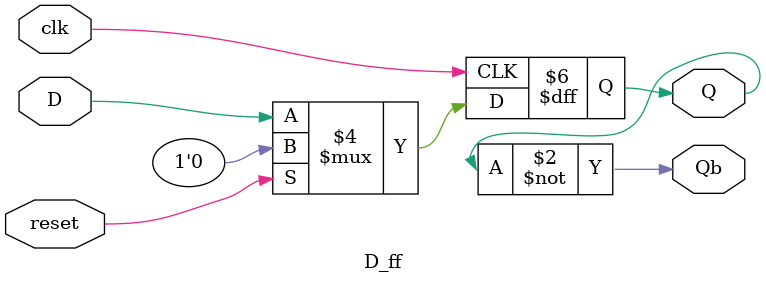
<source format=v>
module D_ff(D,Q,Qb,clk,reset);
	input D,clk,reset;
	output reg Q;
	output Qb;
	always @ (posedge clk)
	begin
		if(reset)
			Q<=1'b0;
		else
			Q<=D;
	end
	assign Qb = ~Q;
endmodule

</source>
